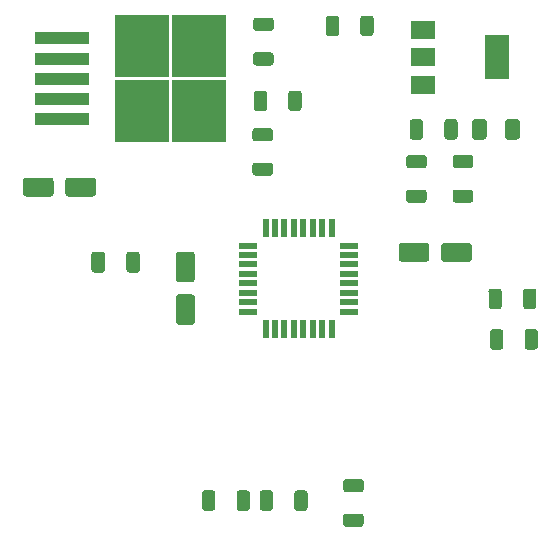
<source format=gbr>
%TF.GenerationSoftware,KiCad,Pcbnew,(5.1.8)-1*%
%TF.CreationDate,2021-09-09T16:11:34+01:00*%
%TF.ProjectId,OSC21,4f534332-312e-46b6-9963-61645f706362,rev?*%
%TF.SameCoordinates,Original*%
%TF.FileFunction,Paste,Top*%
%TF.FilePolarity,Positive*%
%FSLAX46Y46*%
G04 Gerber Fmt 4.6, Leading zero omitted, Abs format (unit mm)*
G04 Created by KiCad (PCBNEW (5.1.8)-1) date 2021-09-09 16:11:34*
%MOMM*%
%LPD*%
G01*
G04 APERTURE LIST*
%ADD10R,2.000000X1.500000*%
%ADD11R,2.000000X3.800000*%
%ADD12R,4.550000X5.250000*%
%ADD13R,4.600000X1.100000*%
%ADD14R,0.550000X1.600000*%
%ADD15R,1.600000X0.550000*%
G04 APERTURE END LIST*
D10*
%TO.C,U4*%
X173697500Y-73963500D03*
X173697500Y-78563500D03*
X173697500Y-76263500D03*
D11*
X179997500Y-76263500D03*
%TD*%
D12*
%TO.C,U2*%
X149899500Y-80835500D03*
X154749500Y-75285500D03*
X149899500Y-75285500D03*
X154749500Y-80835500D03*
D13*
X143174500Y-81460500D03*
X143174500Y-79760500D03*
X143174500Y-78060500D03*
X143174500Y-76360500D03*
X143174500Y-74660500D03*
%TD*%
D14*
%TO.C,U1*%
X160395000Y-90746000D03*
X161195000Y-90746000D03*
X161995000Y-90746000D03*
X162795000Y-90746000D03*
X163595000Y-90746000D03*
X164395000Y-90746000D03*
X165195000Y-90746000D03*
X165995000Y-90746000D03*
D15*
X167445000Y-92196000D03*
X167445000Y-92996000D03*
X167445000Y-93796000D03*
X167445000Y-94596000D03*
X167445000Y-95396000D03*
X167445000Y-96196000D03*
X167445000Y-96996000D03*
X167445000Y-97796000D03*
D14*
X165995000Y-99246000D03*
X165195000Y-99246000D03*
X164395000Y-99246000D03*
X163595000Y-99246000D03*
X162795000Y-99246000D03*
X161995000Y-99246000D03*
X161195000Y-99246000D03*
X160395000Y-99246000D03*
D15*
X158945000Y-97796000D03*
X158945000Y-96996000D03*
X158945000Y-96196000D03*
X158945000Y-95396000D03*
X158945000Y-94596000D03*
X158945000Y-93796000D03*
X158945000Y-92996000D03*
X158945000Y-92196000D03*
%TD*%
%TO.C,R12*%
G36*
G01*
X159521998Y-85164500D02*
X160772002Y-85164500D01*
G75*
G02*
X161022000Y-85414498I0J-249998D01*
G01*
X161022000Y-86039502D01*
G75*
G02*
X160772002Y-86289500I-249998J0D01*
G01*
X159521998Y-86289500D01*
G75*
G02*
X159272000Y-86039502I0J249998D01*
G01*
X159272000Y-85414498D01*
G75*
G02*
X159521998Y-85164500I249998J0D01*
G01*
G37*
G36*
G01*
X159521998Y-82239500D02*
X160772002Y-82239500D01*
G75*
G02*
X161022000Y-82489498I0J-249998D01*
G01*
X161022000Y-83114502D01*
G75*
G02*
X160772002Y-83364500I-249998J0D01*
G01*
X159521998Y-83364500D01*
G75*
G02*
X159272000Y-83114502I0J249998D01*
G01*
X159272000Y-82489498D01*
G75*
G02*
X159521998Y-82239500I249998J0D01*
G01*
G37*
%TD*%
%TO.C,R11*%
G36*
G01*
X162317000Y-80571502D02*
X162317000Y-79321498D01*
G75*
G02*
X162566998Y-79071500I249998J0D01*
G01*
X163192002Y-79071500D01*
G75*
G02*
X163442000Y-79321498I0J-249998D01*
G01*
X163442000Y-80571502D01*
G75*
G02*
X163192002Y-80821500I-249998J0D01*
G01*
X162566998Y-80821500D01*
G75*
G02*
X162317000Y-80571502I0J249998D01*
G01*
G37*
G36*
G01*
X159392000Y-80571502D02*
X159392000Y-79321498D01*
G75*
G02*
X159641998Y-79071500I249998J0D01*
G01*
X160267002Y-79071500D01*
G75*
G02*
X160517000Y-79321498I0J-249998D01*
G01*
X160517000Y-80571502D01*
G75*
G02*
X160267002Y-80821500I-249998J0D01*
G01*
X159641998Y-80821500D01*
G75*
G02*
X159392000Y-80571502I0J249998D01*
G01*
G37*
%TD*%
%TO.C,R10*%
G36*
G01*
X177726502Y-85650500D02*
X176476498Y-85650500D01*
G75*
G02*
X176226500Y-85400502I0J249998D01*
G01*
X176226500Y-84775498D01*
G75*
G02*
X176476498Y-84525500I249998J0D01*
G01*
X177726502Y-84525500D01*
G75*
G02*
X177976500Y-84775498I0J-249998D01*
G01*
X177976500Y-85400502D01*
G75*
G02*
X177726502Y-85650500I-249998J0D01*
G01*
G37*
G36*
G01*
X177726502Y-88575500D02*
X176476498Y-88575500D01*
G75*
G02*
X176226500Y-88325502I0J249998D01*
G01*
X176226500Y-87700498D01*
G75*
G02*
X176476498Y-87450500I249998J0D01*
G01*
X177726502Y-87450500D01*
G75*
G02*
X177976500Y-87700498I0J-249998D01*
G01*
X177976500Y-88325502D01*
G75*
G02*
X177726502Y-88575500I-249998J0D01*
G01*
G37*
%TD*%
%TO.C,R9*%
G36*
G01*
X180519500Y-99514498D02*
X180519500Y-100764502D01*
G75*
G02*
X180269502Y-101014500I-249998J0D01*
G01*
X179644498Y-101014500D01*
G75*
G02*
X179394500Y-100764502I0J249998D01*
G01*
X179394500Y-99514498D01*
G75*
G02*
X179644498Y-99264500I249998J0D01*
G01*
X180269502Y-99264500D01*
G75*
G02*
X180519500Y-99514498I0J-249998D01*
G01*
G37*
G36*
G01*
X183444500Y-99514498D02*
X183444500Y-100764502D01*
G75*
G02*
X183194502Y-101014500I-249998J0D01*
G01*
X182569498Y-101014500D01*
G75*
G02*
X182319500Y-100764502I0J249998D01*
G01*
X182319500Y-99514498D01*
G75*
G02*
X182569498Y-99264500I249998J0D01*
G01*
X183194502Y-99264500D01*
G75*
G02*
X183444500Y-99514498I0J-249998D01*
G01*
G37*
%TD*%
%TO.C,R8*%
G36*
G01*
X173789502Y-85650500D02*
X172539498Y-85650500D01*
G75*
G02*
X172289500Y-85400502I0J249998D01*
G01*
X172289500Y-84775498D01*
G75*
G02*
X172539498Y-84525500I249998J0D01*
G01*
X173789502Y-84525500D01*
G75*
G02*
X174039500Y-84775498I0J-249998D01*
G01*
X174039500Y-85400502D01*
G75*
G02*
X173789502Y-85650500I-249998J0D01*
G01*
G37*
G36*
G01*
X173789502Y-88575500D02*
X172539498Y-88575500D01*
G75*
G02*
X172289500Y-88325502I0J249998D01*
G01*
X172289500Y-87700498D01*
G75*
G02*
X172539498Y-87450500I249998J0D01*
G01*
X173789502Y-87450500D01*
G75*
G02*
X174039500Y-87700498I0J-249998D01*
G01*
X174039500Y-88325502D01*
G75*
G02*
X173789502Y-88575500I-249998J0D01*
G01*
G37*
%TD*%
%TO.C,R7*%
G36*
G01*
X173727000Y-81734498D02*
X173727000Y-82984502D01*
G75*
G02*
X173477002Y-83234500I-249998J0D01*
G01*
X172851998Y-83234500D01*
G75*
G02*
X172602000Y-82984502I0J249998D01*
G01*
X172602000Y-81734498D01*
G75*
G02*
X172851998Y-81484500I249998J0D01*
G01*
X173477002Y-81484500D01*
G75*
G02*
X173727000Y-81734498I0J-249998D01*
G01*
G37*
G36*
G01*
X176652000Y-81734498D02*
X176652000Y-82984502D01*
G75*
G02*
X176402002Y-83234500I-249998J0D01*
G01*
X175776998Y-83234500D01*
G75*
G02*
X175527000Y-82984502I0J249998D01*
G01*
X175527000Y-81734498D01*
G75*
G02*
X175776998Y-81484500I249998J0D01*
G01*
X176402002Y-81484500D01*
G75*
G02*
X176652000Y-81734498I0J-249998D01*
G01*
G37*
%TD*%
%TO.C,R6*%
G36*
G01*
X159585498Y-75828000D02*
X160835502Y-75828000D01*
G75*
G02*
X161085500Y-76077998I0J-249998D01*
G01*
X161085500Y-76703002D01*
G75*
G02*
X160835502Y-76953000I-249998J0D01*
G01*
X159585498Y-76953000D01*
G75*
G02*
X159335500Y-76703002I0J249998D01*
G01*
X159335500Y-76077998D01*
G75*
G02*
X159585498Y-75828000I249998J0D01*
G01*
G37*
G36*
G01*
X159585498Y-72903000D02*
X160835502Y-72903000D01*
G75*
G02*
X161085500Y-73152998I0J-249998D01*
G01*
X161085500Y-73778002D01*
G75*
G02*
X160835502Y-74028000I-249998J0D01*
G01*
X159585498Y-74028000D01*
G75*
G02*
X159335500Y-73778002I0J249998D01*
G01*
X159335500Y-73152998D01*
G75*
G02*
X159585498Y-72903000I249998J0D01*
G01*
G37*
%TD*%
%TO.C,R5*%
G36*
G01*
X166613000Y-72971498D02*
X166613000Y-74221502D01*
G75*
G02*
X166363002Y-74471500I-249998J0D01*
G01*
X165737998Y-74471500D01*
G75*
G02*
X165488000Y-74221502I0J249998D01*
G01*
X165488000Y-72971498D01*
G75*
G02*
X165737998Y-72721500I249998J0D01*
G01*
X166363002Y-72721500D01*
G75*
G02*
X166613000Y-72971498I0J-249998D01*
G01*
G37*
G36*
G01*
X169538000Y-72971498D02*
X169538000Y-74221502D01*
G75*
G02*
X169288002Y-74471500I-249998J0D01*
G01*
X168662998Y-74471500D01*
G75*
G02*
X168413000Y-74221502I0J249998D01*
G01*
X168413000Y-72971498D01*
G75*
G02*
X168662998Y-72721500I249998J0D01*
G01*
X169288002Y-72721500D01*
G75*
G02*
X169538000Y-72971498I0J-249998D01*
G01*
G37*
%TD*%
%TO.C,R4*%
G36*
G01*
X162825000Y-114417002D02*
X162825000Y-113166998D01*
G75*
G02*
X163074998Y-112917000I249998J0D01*
G01*
X163700002Y-112917000D01*
G75*
G02*
X163950000Y-113166998I0J-249998D01*
G01*
X163950000Y-114417002D01*
G75*
G02*
X163700002Y-114667000I-249998J0D01*
G01*
X163074998Y-114667000D01*
G75*
G02*
X162825000Y-114417002I0J249998D01*
G01*
G37*
G36*
G01*
X159900000Y-114417002D02*
X159900000Y-113166998D01*
G75*
G02*
X160149998Y-112917000I249998J0D01*
G01*
X160775002Y-112917000D01*
G75*
G02*
X161025000Y-113166998I0J-249998D01*
G01*
X161025000Y-114417002D01*
G75*
G02*
X160775002Y-114667000I-249998J0D01*
G01*
X160149998Y-114667000D01*
G75*
G02*
X159900000Y-114417002I0J249998D01*
G01*
G37*
%TD*%
%TO.C,R3*%
G36*
G01*
X157935500Y-114417002D02*
X157935500Y-113166998D01*
G75*
G02*
X158185498Y-112917000I249998J0D01*
G01*
X158810502Y-112917000D01*
G75*
G02*
X159060500Y-113166998I0J-249998D01*
G01*
X159060500Y-114417002D01*
G75*
G02*
X158810502Y-114667000I-249998J0D01*
G01*
X158185498Y-114667000D01*
G75*
G02*
X157935500Y-114417002I0J249998D01*
G01*
G37*
G36*
G01*
X155010500Y-114417002D02*
X155010500Y-113166998D01*
G75*
G02*
X155260498Y-112917000I249998J0D01*
G01*
X155885502Y-112917000D01*
G75*
G02*
X156135500Y-113166998I0J-249998D01*
G01*
X156135500Y-114417002D01*
G75*
G02*
X155885502Y-114667000I-249998J0D01*
G01*
X155260498Y-114667000D01*
G75*
G02*
X155010500Y-114417002I0J249998D01*
G01*
G37*
%TD*%
%TO.C,R2*%
G36*
G01*
X180392500Y-96085498D02*
X180392500Y-97335502D01*
G75*
G02*
X180142502Y-97585500I-249998J0D01*
G01*
X179517498Y-97585500D01*
G75*
G02*
X179267500Y-97335502I0J249998D01*
G01*
X179267500Y-96085498D01*
G75*
G02*
X179517498Y-95835500I249998J0D01*
G01*
X180142502Y-95835500D01*
G75*
G02*
X180392500Y-96085498I0J-249998D01*
G01*
G37*
G36*
G01*
X183317500Y-96085498D02*
X183317500Y-97335502D01*
G75*
G02*
X183067502Y-97585500I-249998J0D01*
G01*
X182442498Y-97585500D01*
G75*
G02*
X182192500Y-97335502I0J249998D01*
G01*
X182192500Y-96085498D01*
G75*
G02*
X182442498Y-95835500I249998J0D01*
G01*
X183067502Y-95835500D01*
G75*
G02*
X183317500Y-96085498I0J-249998D01*
G01*
G37*
%TD*%
%TO.C,R1*%
G36*
G01*
X168455502Y-113082500D02*
X167205498Y-113082500D01*
G75*
G02*
X166955500Y-112832502I0J249998D01*
G01*
X166955500Y-112207498D01*
G75*
G02*
X167205498Y-111957500I249998J0D01*
G01*
X168455502Y-111957500D01*
G75*
G02*
X168705500Y-112207498I0J-249998D01*
G01*
X168705500Y-112832502D01*
G75*
G02*
X168455502Y-113082500I-249998J0D01*
G01*
G37*
G36*
G01*
X168455502Y-116007500D02*
X167205498Y-116007500D01*
G75*
G02*
X166955500Y-115757502I0J249998D01*
G01*
X166955500Y-115132498D01*
G75*
G02*
X167205498Y-114882500I249998J0D01*
G01*
X168455502Y-114882500D01*
G75*
G02*
X168705500Y-115132498I0J-249998D01*
G01*
X168705500Y-115757502D01*
G75*
G02*
X168455502Y-116007500I-249998J0D01*
G01*
G37*
%TD*%
%TO.C,D1*%
G36*
G01*
X179120500Y-81734500D02*
X179120500Y-82984500D01*
G75*
G02*
X178870500Y-83234500I-250000J0D01*
G01*
X178120500Y-83234500D01*
G75*
G02*
X177870500Y-82984500I0J250000D01*
G01*
X177870500Y-81734500D01*
G75*
G02*
X178120500Y-81484500I250000J0D01*
G01*
X178870500Y-81484500D01*
G75*
G02*
X179120500Y-81734500I0J-250000D01*
G01*
G37*
G36*
G01*
X181920500Y-81734500D02*
X181920500Y-82984500D01*
G75*
G02*
X181670500Y-83234500I-250000J0D01*
G01*
X180920500Y-83234500D01*
G75*
G02*
X180670500Y-82984500I0J250000D01*
G01*
X180670500Y-81734500D01*
G75*
G02*
X180920500Y-81484500I250000J0D01*
G01*
X181670500Y-81484500D01*
G75*
G02*
X181920500Y-81734500I0J-250000D01*
G01*
G37*
%TD*%
%TO.C,C10*%
G36*
G01*
X174252000Y-92223500D02*
X174252000Y-93323500D01*
G75*
G02*
X174002000Y-93573500I-250000J0D01*
G01*
X171902000Y-93573500D01*
G75*
G02*
X171652000Y-93323500I0J250000D01*
G01*
X171652000Y-92223500D01*
G75*
G02*
X171902000Y-91973500I250000J0D01*
G01*
X174002000Y-91973500D01*
G75*
G02*
X174252000Y-92223500I0J-250000D01*
G01*
G37*
G36*
G01*
X177852000Y-92223500D02*
X177852000Y-93323500D01*
G75*
G02*
X177602000Y-93573500I-250000J0D01*
G01*
X175502000Y-93573500D01*
G75*
G02*
X175252000Y-93323500I0J250000D01*
G01*
X175252000Y-92223500D01*
G75*
G02*
X175502000Y-91973500I250000J0D01*
G01*
X177602000Y-91973500D01*
G75*
G02*
X177852000Y-92223500I0J-250000D01*
G01*
G37*
%TD*%
%TO.C,C5*%
G36*
G01*
X153056500Y-96321500D02*
X154156500Y-96321500D01*
G75*
G02*
X154406500Y-96571500I0J-250000D01*
G01*
X154406500Y-98671500D01*
G75*
G02*
X154156500Y-98921500I-250000J0D01*
G01*
X153056500Y-98921500D01*
G75*
G02*
X152806500Y-98671500I0J250000D01*
G01*
X152806500Y-96571500D01*
G75*
G02*
X153056500Y-96321500I250000J0D01*
G01*
G37*
G36*
G01*
X153056500Y-92721500D02*
X154156500Y-92721500D01*
G75*
G02*
X154406500Y-92971500I0J-250000D01*
G01*
X154406500Y-95071500D01*
G75*
G02*
X154156500Y-95321500I-250000J0D01*
G01*
X153056500Y-95321500D01*
G75*
G02*
X152806500Y-95071500I0J250000D01*
G01*
X152806500Y-92971500D01*
G75*
G02*
X153056500Y-92721500I250000J0D01*
G01*
G37*
%TD*%
%TO.C,C4*%
G36*
G01*
X143438500Y-87799000D02*
X143438500Y-86699000D01*
G75*
G02*
X143688500Y-86449000I250000J0D01*
G01*
X145788500Y-86449000D01*
G75*
G02*
X146038500Y-86699000I0J-250000D01*
G01*
X146038500Y-87799000D01*
G75*
G02*
X145788500Y-88049000I-250000J0D01*
G01*
X143688500Y-88049000D01*
G75*
G02*
X143438500Y-87799000I0J250000D01*
G01*
G37*
G36*
G01*
X139838500Y-87799000D02*
X139838500Y-86699000D01*
G75*
G02*
X140088500Y-86449000I250000J0D01*
G01*
X142188500Y-86449000D01*
G75*
G02*
X142438500Y-86699000I0J-250000D01*
G01*
X142438500Y-87799000D01*
G75*
G02*
X142188500Y-88049000I-250000J0D01*
G01*
X140088500Y-88049000D01*
G75*
G02*
X139838500Y-87799000I0J250000D01*
G01*
G37*
%TD*%
%TO.C,C3*%
G36*
G01*
X148601000Y-94249001D02*
X148601000Y-92948999D01*
G75*
G02*
X148850999Y-92699000I249999J0D01*
G01*
X149501001Y-92699000D01*
G75*
G02*
X149751000Y-92948999I0J-249999D01*
G01*
X149751000Y-94249001D01*
G75*
G02*
X149501001Y-94499000I-249999J0D01*
G01*
X148850999Y-94499000D01*
G75*
G02*
X148601000Y-94249001I0J249999D01*
G01*
G37*
G36*
G01*
X145651000Y-94249001D02*
X145651000Y-92948999D01*
G75*
G02*
X145900999Y-92699000I249999J0D01*
G01*
X146551001Y-92699000D01*
G75*
G02*
X146801000Y-92948999I0J-249999D01*
G01*
X146801000Y-94249001D01*
G75*
G02*
X146551001Y-94499000I-249999J0D01*
G01*
X145900999Y-94499000D01*
G75*
G02*
X145651000Y-94249001I0J249999D01*
G01*
G37*
%TD*%
M02*

</source>
